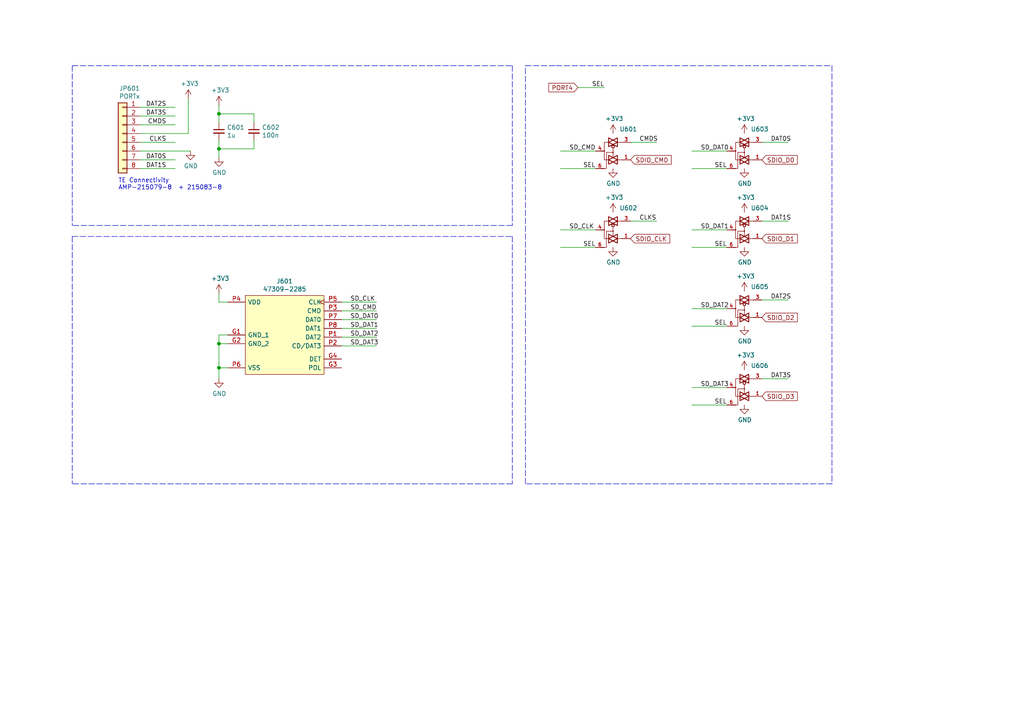
<source format=kicad_sch>
(kicad_sch (version 20200608) (host eeschema "(5.99.0-1973-g8c57821e9)")
  (page 1 9)
  (paper "A4")
  (lib_symbols
    (symbol "47309-2285:47309-2285" (pin_names (offset 0.762))
      (property "Reference" "J" (at 29.21 7.62 0))
      (property "Value" "47309-2285" (at 29.21 5.08 0))
      (symbol "47309-2285_0_1"
        (polyline (pts (xy 5.08 2.54) (xy 27.94 2.54) (xy 27.94 -20.32) (xy 5.08 -20.32) (xy 5.08 2.54)) (stroke (width 0.152)) (fill (type background)))
      )
      (symbol "47309-2285_0_0"
        (pin passive line (at 0 -8.89 0) (length 5.08) (name "GND_1") (number "G1"))
        (pin passive line (at 0 -11.43 0) (length 5.08) (name "GND_2") (number "G2"))
        (pin passive line (at 33.02 -18.415 180) (length 5.08) (name "POL") (number "G3"))
        (pin passive line (at 33.02 -15.875 180) (length 5.08) (name "DET") (number "G4"))
        (pin passive line (at 33.02 -9.525 180) (length 5.08) (name "DAT2") (number "P1"))
        (pin passive line (at 33.02 -12.065 180) (length 5.08) (name "CD/DAT3") (number "P2"))
        (pin passive line (at 33.02 -1.905 180) (length 5.08) (name "CMD") (number "P3"))
        (pin passive line (at 0 0.635 0) (length 5.08) (name "VDD") (number "P4"))
        (pin passive clock (at 33.02 0.635 180) (length 5.08) (name "CLK") (number "P5"))
        (pin passive line (at 0 -18.415 0) (length 5.08) (name "VSS") (number "P6"))
        (pin passive line (at 33.02 -4.445 180) (length 5.08) (name "DAT0") (number "P7"))
        (pin passive line (at 33.02 -6.985 180) (length 5.08) (name "DAT1") (number "P8"))
      )
    )
    (symbol "74LVC1G3157:74LVC1G3157"
      (property "Reference" "U" (at -2.54 5.08 0))
      (property "Value" "74LVC1G3157" (at 0 -6.35 0))
      (symbol "74LVC1G3157_0_0"
        (circle (center -2.54 0) (radius 0.127))
        (circle (center 0 -0.381) (radius 0.127))
        (circle (center 0 1.27) (radius 0.381) (stroke (width 0.254)))
        (polyline (pts (xy -3.81 -5.08) (xy -2.54 -5.08)))
        (polyline (pts (xy -3.81 0) (xy -2.54 0)))
        (polyline (pts (xy 2.54 -2.54) (xy 1.27 -2.54)))
        (polyline (pts (xy 2.54 2.54) (xy 1.27 2.54)))
        (polyline (pts (xy 0 0.635) (xy 0 -0.381) (xy 0 -1.905)))
        (polyline (pts (xy -1.27 -2.54) (xy 0 -3.175) (xy -1.27 -3.81) (xy -1.27 -2.54)) (stroke (width 0.254)))
        (polyline (pts (xy -1.27 -1.27) (xy -1.27 -2.54) (xy 0 -1.905) (xy -1.27 -1.27)) (stroke (width 0.254)))
        (polyline (pts (xy -1.27 2.54) (xy 0 1.905) (xy -1.27 1.27) (xy -1.27 2.54)) (stroke (width 0.254)))
        (polyline (pts (xy -1.27 3.81) (xy 0 3.175) (xy -1.27 2.54) (xy -1.27 3.81)) (stroke (width 0.254)))
        (polyline (pts (xy 0 -0.381) (xy -1.905 -0.381) (xy -1.905 -5.08) (xy -2.54 -5.08)))
        (polyline (pts (xy 1.27 -2.54) (xy 0 -3.175) (xy 1.27 -3.81) (xy 1.27 -2.54)) (stroke (width 0.254)))
        (polyline (pts (xy 1.27 -1.27) (xy 1.27 -2.54) (xy 0 -1.905) (xy 1.27 -1.27)) (stroke (width 0.254)))
        (polyline (pts (xy 1.27 2.54) (xy 1.27 1.27) (xy 0 1.905) (xy 1.27 2.54)) (stroke (width 0.254)))
        (polyline (pts (xy 1.27 2.54) (xy 1.27 3.81) (xy 0 3.175) (xy 1.27 2.54)) (stroke (width 0.254)))
        (polyline (pts (xy -1.27 2.54) (xy -2.54 2.54) (xy -2.54 0) (xy -2.54 -2.54) (xy -1.27 -2.54)))
        (pin power_in line (at 0 -5.08 270) (length 0) hide (name "GND") (number "2"))
        (pin power_in line (at 0 5.08 90) (length 0) hide (name "VCC") (number "5"))
        (pin bidirectional line (at 5.08 2.54 180) (length 2.54) (name "~") (number "3"))
        (pin bidirectional line (at 5.08 -2.54 180) (length 2.54) (name "~") (number "1"))
        (pin bidirectional line (at -5.08 0 0) (length 2.54) (name "~") (number "4"))
        (pin input line (at -5.08 -5.08 0) (length 2.54) (name "~") (number "6"))
      )
    )
    (symbol "74LVC1G3157:74LVC1G3157_1"
      (property "Reference" "U" (at -2.54 5.08 0))
      (property "Value" "74LVC1G3157" (at 0 -6.35 0))
      (symbol "74LVC1G3157_1_0_0"
        (circle (center -2.54 0) (radius 0.127))
        (circle (center 0 -0.381) (radius 0.127))
        (circle (center 0 1.27) (radius 0.381) (stroke (width 0.254)))
        (polyline (pts (xy -3.81 -5.08) (xy -2.54 -5.08)))
        (polyline (pts (xy -3.81 0) (xy -2.54 0)))
        (polyline (pts (xy 2.54 -2.54) (xy 1.27 -2.54)))
        (polyline (pts (xy 2.54 2.54) (xy 1.27 2.54)))
        (polyline (pts (xy 0 0.635) (xy 0 -0.381) (xy 0 -1.905)))
        (polyline (pts (xy -1.27 -2.54) (xy 0 -3.175) (xy -1.27 -3.81) (xy -1.27 -2.54)) (stroke (width 0.254)))
        (polyline (pts (xy -1.27 -1.27) (xy -1.27 -2.54) (xy 0 -1.905) (xy -1.27 -1.27)) (stroke (width 0.254)))
        (polyline (pts (xy -1.27 2.54) (xy 0 1.905) (xy -1.27 1.27) (xy -1.27 2.54)) (stroke (width 0.254)))
        (polyline (pts (xy -1.27 3.81) (xy 0 3.175) (xy -1.27 2.54) (xy -1.27 3.81)) (stroke (width 0.254)))
        (polyline (pts (xy 0 -0.381) (xy -1.905 -0.381) (xy -1.905 -5.08) (xy -2.54 -5.08)))
        (polyline (pts (xy 1.27 -2.54) (xy 0 -3.175) (xy 1.27 -3.81) (xy 1.27 -2.54)) (stroke (width 0.254)))
        (polyline (pts (xy 1.27 -1.27) (xy 1.27 -2.54) (xy 0 -1.905) (xy 1.27 -1.27)) (stroke (width 0.254)))
        (polyline (pts (xy 1.27 2.54) (xy 1.27 1.27) (xy 0 1.905) (xy 1.27 2.54)) (stroke (width 0.254)))
        (polyline (pts (xy 1.27 2.54) (xy 1.27 3.81) (xy 0 3.175) (xy 1.27 2.54)) (stroke (width 0.254)))
        (polyline (pts (xy -1.27 2.54) (xy -2.54 2.54) (xy -2.54 0) (xy -2.54 -2.54) (xy -1.27 -2.54)))
        (pin power_in line (at 0 -5.08 270) (length 0) hide (name "GND") (number "2"))
        (pin power_in line (at 0 5.08 90) (length 0) hide (name "VCC") (number "5"))
        (pin bidirectional line (at 5.08 2.54 180) (length 2.54) (name "~") (number "3"))
        (pin bidirectional line (at 5.08 -2.54 180) (length 2.54) (name "~") (number "1"))
        (pin bidirectional line (at -5.08 0 0) (length 2.54) (name "~") (number "4"))
        (pin input line (at -5.08 -5.08 0) (length 2.54) (name "~") (number "6"))
      )
    )
    (symbol "74LVC1G3157:74LVC1G3157_2"
      (property "Reference" "U" (at -2.54 5.08 0))
      (property "Value" "74LVC1G3157" (at 0 -6.35 0))
      (symbol "74LVC1G3157_2_0_0"
        (circle (center -2.54 0) (radius 0.127))
        (circle (center 0 -0.381) (radius 0.127))
        (circle (center 0 1.27) (radius 0.381) (stroke (width 0.254)))
        (polyline (pts (xy -3.81 -5.08) (xy -2.54 -5.08)))
        (polyline (pts (xy -3.81 0) (xy -2.54 0)))
        (polyline (pts (xy 2.54 -2.54) (xy 1.27 -2.54)))
        (polyline (pts (xy 2.54 2.54) (xy 1.27 2.54)))
        (polyline (pts (xy 0 0.635) (xy 0 -0.381) (xy 0 -1.905)))
        (polyline (pts (xy -1.27 -2.54) (xy 0 -3.175) (xy -1.27 -3.81) (xy -1.27 -2.54)) (stroke (width 0.254)))
        (polyline (pts (xy -1.27 -1.27) (xy -1.27 -2.54) (xy 0 -1.905) (xy -1.27 -1.27)) (stroke (width 0.254)))
        (polyline (pts (xy -1.27 2.54) (xy 0 1.905) (xy -1.27 1.27) (xy -1.27 2.54)) (stroke (width 0.254)))
        (polyline (pts (xy -1.27 3.81) (xy 0 3.175) (xy -1.27 2.54) (xy -1.27 3.81)) (stroke (width 0.254)))
        (polyline (pts (xy 0 -0.381) (xy -1.905 -0.381) (xy -1.905 -5.08) (xy -2.54 -5.08)))
        (polyline (pts (xy 1.27 -2.54) (xy 0 -3.175) (xy 1.27 -3.81) (xy 1.27 -2.54)) (stroke (width 0.254)))
        (polyline (pts (xy 1.27 -1.27) (xy 1.27 -2.54) (xy 0 -1.905) (xy 1.27 -1.27)) (stroke (width 0.254)))
        (polyline (pts (xy 1.27 2.54) (xy 1.27 1.27) (xy 0 1.905) (xy 1.27 2.54)) (stroke (width 0.254)))
        (polyline (pts (xy 1.27 2.54) (xy 1.27 3.81) (xy 0 3.175) (xy 1.27 2.54)) (stroke (width 0.254)))
        (polyline (pts (xy -1.27 2.54) (xy -2.54 2.54) (xy -2.54 0) (xy -2.54 -2.54) (xy -1.27 -2.54)))
        (pin power_in line (at 0 -5.08 270) (length 0) hide (name "GND") (number "2"))
        (pin power_in line (at 0 5.08 90) (length 0) hide (name "VCC") (number "5"))
        (pin bidirectional line (at 5.08 2.54 180) (length 2.54) (name "~") (number "3"))
        (pin bidirectional line (at 5.08 -2.54 180) (length 2.54) (name "~") (number "1"))
        (pin bidirectional line (at -5.08 0 0) (length 2.54) (name "~") (number "4"))
        (pin input line (at -5.08 -5.08 0) (length 2.54) (name "~") (number "6"))
      )
    )
    (symbol "74LVC1G3157:74LVC1G3157_3"
      (property "Reference" "U" (at -2.54 5.08 0))
      (property "Value" "74LVC1G3157" (at 0 -6.35 0))
      (symbol "74LVC1G3157_3_0_0"
        (circle (center -2.54 0) (radius 0.127))
        (circle (center 0 -0.381) (radius 0.127))
        (circle (center 0 1.27) (radius 0.381) (stroke (width 0.254)))
        (polyline (pts (xy -3.81 -5.08) (xy -2.54 -5.08)))
        (polyline (pts (xy -3.81 0) (xy -2.54 0)))
        (polyline (pts (xy 2.54 -2.54) (xy 1.27 -2.54)))
        (polyline (pts (xy 2.54 2.54) (xy 1.27 2.54)))
        (polyline (pts (xy 0 0.635) (xy 0 -0.381) (xy 0 -1.905)))
        (polyline (pts (xy -1.27 -2.54) (xy 0 -3.175) (xy -1.27 -3.81) (xy -1.27 -2.54)) (stroke (width 0.254)))
        (polyline (pts (xy -1.27 -1.27) (xy -1.27 -2.54) (xy 0 -1.905) (xy -1.27 -1.27)) (stroke (width 0.254)))
        (polyline (pts (xy -1.27 2.54) (xy 0 1.905) (xy -1.27 1.27) (xy -1.27 2.54)) (stroke (width 0.254)))
        (polyline (pts (xy -1.27 3.81) (xy 0 3.175) (xy -1.27 2.54) (xy -1.27 3.81)) (stroke (width 0.254)))
        (polyline (pts (xy 0 -0.381) (xy -1.905 -0.381) (xy -1.905 -5.08) (xy -2.54 -5.08)))
        (polyline (pts (xy 1.27 -2.54) (xy 0 -3.175) (xy 1.27 -3.81) (xy 1.27 -2.54)) (stroke (width 0.254)))
        (polyline (pts (xy 1.27 -1.27) (xy 1.27 -2.54) (xy 0 -1.905) (xy 1.27 -1.27)) (stroke (width 0.254)))
        (polyline (pts (xy 1.27 2.54) (xy 1.27 1.27) (xy 0 1.905) (xy 1.27 2.54)) (stroke (width 0.254)))
        (polyline (pts (xy 1.27 2.54) (xy 1.27 3.81) (xy 0 3.175) (xy 1.27 2.54)) (stroke (width 0.254)))
        (polyline (pts (xy -1.27 2.54) (xy -2.54 2.54) (xy -2.54 0) (xy -2.54 -2.54) (xy -1.27 -2.54)))
        (pin power_in line (at 0 -5.08 270) (length 0) hide (name "GND") (number "2"))
        (pin power_in line (at 0 5.08 90) (length 0) hide (name "VCC") (number "5"))
        (pin bidirectional line (at 5.08 2.54 180) (length 2.54) (name "~") (number "3"))
        (pin bidirectional line (at 5.08 -2.54 180) (length 2.54) (name "~") (number "1"))
        (pin bidirectional line (at -5.08 0 0) (length 2.54) (name "~") (number "4"))
        (pin input line (at -5.08 -5.08 0) (length 2.54) (name "~") (number "6"))
      )
    )
    (symbol "74LVC1G3157:74LVC1G3157_4"
      (property "Reference" "U" (at -2.54 5.08 0))
      (property "Value" "74LVC1G3157" (at 0 -6.35 0))
      (symbol "74LVC1G3157_4_0_0"
        (circle (center -2.54 0) (radius 0.127))
        (circle (center 0 -0.381) (radius 0.127))
        (circle (center 0 1.27) (radius 0.381) (stroke (width 0.254)))
        (polyline (pts (xy -3.81 -5.08) (xy -2.54 -5.08)))
        (polyline (pts (xy -3.81 0) (xy -2.54 0)))
        (polyline (pts (xy 2.54 -2.54) (xy 1.27 -2.54)))
        (polyline (pts (xy 2.54 2.54) (xy 1.27 2.54)))
        (polyline (pts (xy 0 0.635) (xy 0 -0.381) (xy 0 -1.905)))
        (polyline (pts (xy -1.27 -2.54) (xy 0 -3.175) (xy -1.27 -3.81) (xy -1.27 -2.54)) (stroke (width 0.254)))
        (polyline (pts (xy -1.27 -1.27) (xy -1.27 -2.54) (xy 0 -1.905) (xy -1.27 -1.27)) (stroke (width 0.254)))
        (polyline (pts (xy -1.27 2.54) (xy 0 1.905) (xy -1.27 1.27) (xy -1.27 2.54)) (stroke (width 0.254)))
        (polyline (pts (xy -1.27 3.81) (xy 0 3.175) (xy -1.27 2.54) (xy -1.27 3.81)) (stroke (width 0.254)))
        (polyline (pts (xy 0 -0.381) (xy -1.905 -0.381) (xy -1.905 -5.08) (xy -2.54 -5.08)))
        (polyline (pts (xy 1.27 -2.54) (xy 0 -3.175) (xy 1.27 -3.81) (xy 1.27 -2.54)) (stroke (width 0.254)))
        (polyline (pts (xy 1.27 -1.27) (xy 1.27 -2.54) (xy 0 -1.905) (xy 1.27 -1.27)) (stroke (width 0.254)))
        (polyline (pts (xy 1.27 2.54) (xy 1.27 1.27) (xy 0 1.905) (xy 1.27 2.54)) (stroke (width 0.254)))
        (polyline (pts (xy 1.27 2.54) (xy 1.27 3.81) (xy 0 3.175) (xy 1.27 2.54)) (stroke (width 0.254)))
        (polyline (pts (xy -1.27 2.54) (xy -2.54 2.54) (xy -2.54 0) (xy -2.54 -2.54) (xy -1.27 -2.54)))
        (pin power_in line (at 0 -5.08 270) (length 0) hide (name "GND") (number "2"))
        (pin power_in line (at 0 5.08 90) (length 0) hide (name "VCC") (number "5"))
        (pin bidirectional line (at 5.08 2.54 180) (length 2.54) (name "~") (number "3"))
        (pin bidirectional line (at 5.08 -2.54 180) (length 2.54) (name "~") (number "1"))
        (pin bidirectional line (at -5.08 0 0) (length 2.54) (name "~") (number "4"))
        (pin input line (at -5.08 -5.08 0) (length 2.54) (name "~") (number "6"))
      )
    )
    (symbol "74LVC1G3157:74LVC1G3157_5"
      (property "Reference" "U" (at -2.54 5.08 0))
      (property "Value" "74LVC1G3157" (at 0 -6.35 0))
      (symbol "74LVC1G3157_5_0_0"
        (circle (center -2.54 0) (radius 0.127))
        (circle (center 0 -0.381) (radius 0.127))
        (circle (center 0 1.27) (radius 0.381) (stroke (width 0.254)))
        (polyline (pts (xy -3.81 -5.08) (xy -2.54 -5.08)))
        (polyline (pts (xy -3.81 0) (xy -2.54 0)))
        (polyline (pts (xy 2.54 -2.54) (xy 1.27 -2.54)))
        (polyline (pts (xy 2.54 2.54) (xy 1.27 2.54)))
        (polyline (pts (xy 0 0.635) (xy 0 -0.381) (xy 0 -1.905)))
        (polyline (pts (xy -1.27 -2.54) (xy 0 -3.175) (xy -1.27 -3.81) (xy -1.27 -2.54)) (stroke (width 0.254)))
        (polyline (pts (xy -1.27 -1.27) (xy -1.27 -2.54) (xy 0 -1.905) (xy -1.27 -1.27)) (stroke (width 0.254)))
        (polyline (pts (xy -1.27 2.54) (xy 0 1.905) (xy -1.27 1.27) (xy -1.27 2.54)) (stroke (width 0.254)))
        (polyline (pts (xy -1.27 3.81) (xy 0 3.175) (xy -1.27 2.54) (xy -1.27 3.81)) (stroke (width 0.254)))
        (polyline (pts (xy 0 -0.381) (xy -1.905 -0.381) (xy -1.905 -5.08) (xy -2.54 -5.08)))
        (polyline (pts (xy 1.27 -2.54) (xy 0 -3.175) (xy 1.27 -3.81) (xy 1.27 -2.54)) (stroke (width 0.254)))
        (polyline (pts (xy 1.27 -1.27) (xy 1.27 -2.54) (xy 0 -1.905) (xy 1.27 -1.27)) (stroke (width 0.254)))
        (polyline (pts (xy 1.27 2.54) (xy 1.27 1.27) (xy 0 1.905) (xy 1.27 2.54)) (stroke (width 0.254)))
        (polyline (pts (xy 1.27 2.54) (xy 1.27 3.81) (xy 0 3.175) (xy 1.27 2.54)) (stroke (width 0.254)))
        (polyline (pts (xy -1.27 2.54) (xy -2.54 2.54) (xy -2.54 0) (xy -2.54 -2.54) (xy -1.27 -2.54)))
        (pin power_in line (at 0 -5.08 270) (length 0) hide (name "GND") (number "2"))
        (pin power_in line (at 0 5.08 90) (length 0) hide (name "VCC") (number "5"))
        (pin bidirectional line (at 5.08 2.54 180) (length 2.54) (name "~") (number "3"))
        (pin bidirectional line (at 5.08 -2.54 180) (length 2.54) (name "~") (number "1"))
        (pin bidirectional line (at -5.08 0 0) (length 2.54) (name "~") (number "4"))
        (pin input line (at -5.08 -5.08 0) (length 2.54) (name "~") (number "6"))
      )
    )
    (symbol "Connector_Generic:Conn_01x08" (pin_names hide)
      (property "Reference" "J" (at 0 10.16 0))
      (property "Value" "Conn_01x08" (at 0 -12.7 0))
      (symbol "Conn_01x08_1_1"
        (rectangle (start -1.27 -4.953) (end 0 -5.207) (stroke (width 0.1524)))
        (rectangle (start -1.27 -7.493) (end 0 -7.747) (stroke (width 0.1524)))
        (rectangle (start -1.27 -10.033) (end 0 -10.287) (stroke (width 0.1524)))
        (rectangle (start -1.27 -2.413) (end 0 -2.667) (stroke (width 0.1524)))
        (rectangle (start -1.27 2.667) (end 0 2.413) (stroke (width 0.1524)))
        (rectangle (start -1.27 5.207) (end 0 4.953) (stroke (width 0.1524)))
        (rectangle (start -1.27 7.747) (end 0 7.493) (stroke (width 0.1524)))
        (rectangle (start -1.27 8.89) (end 1.27 -11.43) (stroke (width 0.254)) (fill (type background)))
        (rectangle (start -1.27 0.127) (end 0 -0.127) (stroke (width 0.1524)))
        (pin passive line (at -5.08 7.62 0) (length 3.81) (name "Pin_1") (number "1"))
        (pin passive line (at -5.08 5.08 0) (length 3.81) (name "Pin_2") (number "2"))
        (pin passive line (at -5.08 2.54 0) (length 3.81) (name "Pin_3") (number "3"))
        (pin passive line (at -5.08 0 0) (length 3.81) (name "Pin_4") (number "4"))
        (pin passive line (at -5.08 -2.54 0) (length 3.81) (name "Pin_5") (number "5"))
        (pin passive line (at -5.08 -5.08 0) (length 3.81) (name "Pin_6") (number "6"))
        (pin passive line (at -5.08 -7.62 0) (length 3.81) (name "Pin_7") (number "7"))
        (pin passive line (at -5.08 -10.16 0) (length 3.81) (name "Pin_8") (number "8"))
      )
    )
    (symbol "Device:C_Small_1" (pin_numbers hide) (pin_names (offset 0.254) hide)
      (property "Reference" "C" (at 0.254 1.778 0))
      (property "Value" "C_Small" (at 0.254 -2.032 0))
      (symbol "C_Small_1_0_1"
        (polyline (pts (xy -1.524 -0.508) (xy 1.524 -0.508)) (stroke (width 0.3302)))
        (polyline (pts (xy -1.524 0.508) (xy 1.524 0.508)) (stroke (width 0.3048)))
      )
      (symbol "C_Small_1_1_1"
        (pin passive line (at 0 2.54 270) (length 2.032) (name "~") (number "1"))
        (pin passive line (at 0 -2.54 90) (length 2.032) (name "~") (number "2"))
      )
    )
    (symbol "Device:C_Small_2" (pin_numbers hide) (pin_names (offset 0.254) hide)
      (property "Reference" "C" (at 0.254 1.778 0))
      (property "Value" "C_Small" (at 0.254 -2.032 0))
      (symbol "C_Small_2_0_1"
        (polyline (pts (xy -1.524 -0.508) (xy 1.524 -0.508)) (stroke (width 0.3302)))
        (polyline (pts (xy -1.524 0.508) (xy 1.524 0.508)) (stroke (width 0.3048)))
      )
      (symbol "C_Small_2_1_1"
        (pin passive line (at 0 2.54 270) (length 2.032) (name "~") (number "1"))
        (pin passive line (at 0 -2.54 90) (length 2.032) (name "~") (number "2"))
      )
    )
    (symbol "power:+3V3" (power) (pin_names (offset 0))
      (property "Value" "+3V3" (at 0 3.556 0))
      (symbol "+3V3_0_1"
        (polyline (pts (xy -0.762 1.27) (xy 0 2.54)))
        (polyline (pts (xy 0 0) (xy 0 2.54)))
        (polyline (pts (xy 0 2.54) (xy 0.762 1.27)))
      )
      (symbol "+3V3_1_1"
        (pin power_in line (at 0 0 90) (length 0) hide (name "+3V3") (number "1"))
      )
    )
    (symbol "power:GND" (power) (pin_names (offset 0))
      (property "Value" "GND" (at 0 -3.81 0))
      (symbol "GND_0_1"
        (polyline (pts (xy 0 0) (xy 0 -1.27) (xy 1.27 -1.27) (xy 0 -2.54) (xy -1.27 -1.27) (xy 0 -1.27)))
      )
      (symbol "GND_1_1"
        (pin power_in line (at 0 0 270) (length 0) hide (name "GND") (number "1"))
      )
    )
  )
  (junction (at 63.5 33.02))
  (junction (at 63.5 43.18))
  (junction (at 63.5 99.695))
  (junction (at 63.5 106.68))
  (wire (pts (xy 40.64 31.115) (xy 50.8 31.115)))
  (wire (pts (xy 40.64 33.655) (xy 50.8 33.655)))
  (wire (pts (xy 40.64 36.195) (xy 50.8 36.195)))
  (wire (pts (xy 40.64 41.275) (xy 50.8 41.275)))
  (wire (pts (xy 40.64 43.815) (xy 55.245 43.815)))
  (wire (pts (xy 40.64 46.355) (xy 50.8 46.355)))
  (wire (pts (xy 40.64 48.895) (xy 50.8 48.895)))
  (wire (pts (xy 54.61 28.575) (xy 54.61 38.735)))
  (wire (pts (xy 54.61 38.735) (xy 40.64 38.735)))
  (wire (pts (xy 63.5 30.48) (xy 63.5 33.02)))
  (wire (pts (xy 63.5 33.02) (xy 63.5 35.56)))
  (wire (pts (xy 63.5 40.64) (xy 63.5 43.18)))
  (wire (pts (xy 63.5 43.18) (xy 63.5 45.72)))
  (wire (pts (xy 63.5 85.09) (xy 63.5 87.63)))
  (wire (pts (xy 63.5 87.63) (xy 66.04 87.63)))
  (wire (pts (xy 63.5 97.155) (xy 66.04 97.155)))
  (wire (pts (xy 63.5 99.695) (xy 63.5 97.155)))
  (wire (pts (xy 63.5 99.695) (xy 66.04 99.695)))
  (wire (pts (xy 63.5 106.68) (xy 63.5 99.695)))
  (wire (pts (xy 63.5 106.68) (xy 66.04 106.68)))
  (wire (pts (xy 63.5 109.855) (xy 63.5 106.68)))
  (wire (pts (xy 73.66 33.02) (xy 63.5 33.02)))
  (wire (pts (xy 73.66 35.56) (xy 73.66 33.02)))
  (wire (pts (xy 73.66 40.64) (xy 73.66 43.18)))
  (wire (pts (xy 73.66 43.18) (xy 63.5 43.18)))
  (wire (pts (xy 99.06 87.63) (xy 109.22 87.63)))
  (wire (pts (xy 99.06 90.17) (xy 109.22 90.17)))
  (wire (pts (xy 99.06 92.71) (xy 109.22 92.71)))
  (wire (pts (xy 99.06 95.25) (xy 109.22 95.25)))
  (wire (pts (xy 99.06 97.79) (xy 109.22 97.79)))
  (wire (pts (xy 99.06 100.33) (xy 109.22 100.33)))
  (wire (pts (xy 162.56 43.815) (xy 172.72 43.815)))
  (wire (pts (xy 162.56 48.895) (xy 172.72 48.895)))
  (wire (pts (xy 162.56 66.675) (xy 172.72 66.675)))
  (wire (pts (xy 162.56 71.755) (xy 172.72 71.755)))
  (wire (pts (xy 167.64 25.4) (xy 175.26 25.4)))
  (wire (pts (xy 182.88 41.275) (xy 190.5 41.275)))
  (wire (pts (xy 182.88 64.135) (xy 190.5 64.135)))
  (wire (pts (xy 200.66 43.815) (xy 210.82 43.815)))
  (wire (pts (xy 200.66 48.895) (xy 210.82 48.895)))
  (wire (pts (xy 200.66 66.675) (xy 210.82 66.675)))
  (wire (pts (xy 200.66 71.755) (xy 210.82 71.755)))
  (wire (pts (xy 200.66 89.535) (xy 210.82 89.535)))
  (wire (pts (xy 200.66 94.615) (xy 210.82 94.615)))
  (wire (pts (xy 200.66 112.395) (xy 210.82 112.395)))
  (wire (pts (xy 200.66 117.475) (xy 210.82 117.475)))
  (wire (pts (xy 220.98 41.275) (xy 228.6 41.275)))
  (wire (pts (xy 220.98 64.135) (xy 228.6 64.135)))
  (wire (pts (xy 220.98 86.995) (xy 228.6 86.995)))
  (wire (pts (xy 220.98 109.855) (xy 228.6 109.855)))
  (polyline (pts (xy 20.955 19.05) (xy 20.955 65.405)) (stroke (width 0) (type dash)))
  (polyline (pts (xy 20.955 19.05) (xy 148.59 19.05)) (stroke (width 0) (type dash)))
  (polyline (pts (xy 20.955 68.58) (xy 20.955 140.335)) (stroke (width 0) (type dash)))
  (polyline (pts (xy 20.955 68.58) (xy 148.59 68.58)) (stroke (width 0) (type dash)))
  (polyline (pts (xy 148.59 19.05) (xy 148.59 65.405)) (stroke (width 0) (type dash)))
  (polyline (pts (xy 148.59 65.405) (xy 20.955 65.405)) (stroke (width 0) (type dash)))
  (polyline (pts (xy 148.59 68.58) (xy 148.59 140.335)) (stroke (width 0) (type dash)))
  (polyline (pts (xy 148.59 140.335) (xy 20.955 140.335)) (stroke (width 0) (type dash)))
  (polyline (pts (xy 152.4 19.05) (xy 161.29 19.05)) (stroke (width 0) (type dash)))
  (polyline (pts (xy 152.4 140.335) (xy 152.4 19.05)) (stroke (width 0) (type dash)))
  (polyline (pts (xy 161.29 19.05) (xy 241.3 19.05)) (stroke (width 0) (type dash)))
  (polyline (pts (xy 241.3 19.05) (xy 241.3 140.335)) (stroke (width 0) (type dash)))
  (polyline (pts (xy 241.3 140.335) (xy 152.4 140.335)) (stroke (width 0) (type dash)))
  (text "TE Connectivity\nAMP-215079-8  + 215083-8" (at 34.29 55.245 0) (effects (font (size 1.27 1.27)) (justify left bottom)))
  (label "DAT2S" (at 48.26 31.115 180))
  (label "DAT3S" (at 48.26 33.655 180))
  (label "CMDS" (at 48.26 36.195 180))
  (label "CLKS" (at 48.26 41.275 180))
  (label "DAT0S" (at 48.26 46.355 180))
  (label "DAT1S" (at 48.26 48.895 180))
  (label "SD_CLK" (at 101.6 87.63 0))
  (label "SD_CMD" (at 101.6 90.17 0))
  (label "SD_DAT0" (at 101.6 92.71 0))
  (label "SD_DAT1" (at 101.6 95.25 0))
  (label "SD_DAT2" (at 101.6 97.79 0))
  (label "SD_DAT3" (at 101.6 100.33 0))
  (label "SD_CMD" (at 165.1 43.815 0))
  (label "SD_CLK" (at 165.1 66.675 0))
  (label "SEL" (at 172.72 48.895 180))
  (label "SEL" (at 172.72 71.755 180))
  (label "SEL" (at 175.26 25.4 180))
  (label "CMDS" (at 185.42 41.275 0))
  (label "CLKS" (at 185.42 64.135 0))
  (label "SD_DAT0" (at 203.2 43.815 0))
  (label "SD_DAT1" (at 203.2 66.675 0))
  (label "SD_DAT2" (at 203.2 89.535 0))
  (label "SD_DAT3" (at 203.2 112.395 0))
  (label "SEL" (at 210.82 48.895 180))
  (label "SEL" (at 210.82 71.755 180))
  (label "SEL" (at 210.82 94.615 180))
  (label "SEL" (at 210.82 117.475 180))
  (label "DAT0S" (at 223.52 41.275 0))
  (label "DAT1S" (at 223.52 64.135 0))
  (label "DAT2S" (at 223.52 86.995 0))
  (label "DAT3S" (at 223.52 109.855 0))
  (global_label "PORT4" (shape input) (at 167.64 25.4 180))
  (global_label "SDIO_CMD" (shape input) (at 182.88 46.355 0))
  (global_label "SDIO_CLK" (shape input) (at 182.88 69.215 0))
  (global_label "SDIO_D0" (shape input) (at 220.98 46.355 0))
  (global_label "SDIO_D1" (shape input) (at 220.98 69.215 0))
  (global_label "SDIO_D2" (shape input) (at 220.98 92.075 0))
  (global_label "SDIO_D3" (shape input) (at 220.98 114.935 0))
  (symbol (lib_id "power:+3V3") (at 54.61 28.575 0) (unit 1)
    (property "Reference" "#PWR0601" (effects hide))
    (property "Value" "+3V3" (at 54.9783 24.2506 0))
  )
  (symbol (lib_id "power:+3V3") (at 63.5 30.48 0) (unit 1)
    (property "Reference" "#PWR0603" (effects hide))
    (property "Value" "+3V3" (at 63.8683 26.1556 0))
  )
  (symbol (lib_id "power:+3V3") (at 63.5 85.09 0) (unit 1)
    (property "Reference" "#PWR0605" (effects hide))
    (property "Value" "+3V3" (at 63.8683 80.7656 0))
  )
  (symbol (lib_id "power:+3V3") (at 177.8 38.735 0) (unit 1)
    (property "Reference" "#PWR0607" (effects hide))
    (property "Value" "+3V3" (at 178.1683 34.4106 0))
  )
  (symbol (lib_id "power:+3V3") (at 177.8 61.595 0) (unit 1)
    (property "Reference" "#PWR0609" (effects hide))
    (property "Value" "+3V3" (at 178.1683 57.2706 0))
  )
  (symbol (lib_id "power:+3V3") (at 215.9 38.735 0) (unit 1)
    (property "Reference" "#PWR0611" (effects hide))
    (property "Value" "+3V3" (at 216.2683 34.4106 0))
  )
  (symbol (lib_id "power:+3V3") (at 215.9 61.595 0) (unit 1)
    (property "Reference" "#PWR0613" (effects hide))
    (property "Value" "+3V3" (at 216.2683 57.2706 0))
  )
  (symbol (lib_id "power:+3V3") (at 215.9 84.455 0) (unit 1)
    (property "Reference" "#PWR0615" (effects hide))
    (property "Value" "+3V3" (at 216.2683 80.1306 0))
  )
  (symbol (lib_id "power:+3V3") (at 215.9 107.315 0) (unit 1)
    (property "Reference" "#PWR0617" (effects hide))
    (property "Value" "+3V3" (at 216.2683 102.9906 0))
  )
  (symbol (lib_id "power:GND") (at 55.245 43.815 0) (unit 1)
    (property "Reference" "#PWR0602" (effects hide))
    (property "Value" "GND" (at 55.3593 48.1394 0))
  )
  (symbol (lib_id "power:GND") (at 63.5 45.72 0) (unit 1)
    (property "Reference" "#PWR0604" (effects hide))
    (property "Value" "GND" (at 63.6143 50.0444 0))
  )
  (symbol (lib_id "power:GND") (at 63.5 109.855 0) (unit 1)
    (property "Reference" "#PWR0606" (effects hide))
    (property "Value" "GND" (at 63.6143 114.1794 0))
  )
  (symbol (lib_id "power:GND") (at 177.8 48.895 0) (unit 1)
    (property "Reference" "#PWR0608" (effects hide))
    (property "Value" "GND" (at 177.9143 53.2194 0))
  )
  (symbol (lib_id "power:GND") (at 177.8 71.755 0) (unit 1)
    (property "Reference" "#PWR0610" (effects hide))
    (property "Value" "GND" (at 177.9143 76.0794 0))
  )
  (symbol (lib_id "power:GND") (at 215.9 48.895 0) (unit 1)
    (property "Reference" "#PWR0612" (effects hide))
    (property "Value" "GND" (at 216.0143 53.2194 0))
  )
  (symbol (lib_id "power:GND") (at 215.9 71.755 0) (unit 1)
    (property "Reference" "#PWR0614" (effects hide))
    (property "Value" "GND" (at 216.0143 76.0794 0))
  )
  (symbol (lib_id "power:GND") (at 215.9 94.615 0) (unit 1)
    (property "Reference" "#PWR0616" (effects hide))
    (property "Value" "GND" (at 216.0143 98.9394 0))
  )
  (symbol (lib_id "power:GND") (at 215.9 117.475 0) (unit 1)
    (property "Reference" "#PWR0618" (effects hide))
    (property "Value" "GND" (at 216.0143 121.7994 0))
  )
  (symbol (lib_name "Device:C_Small_1") (lib_id "Device:C_Small") (at 63.5 38.1 0) (unit 1)
    (property "Reference" "C601" (at 65.8242 36.9506 0) (effects (justify left)))
    (property "Value" "1u" (at 65.8242 39.2493 0) (effects (justify left)))
    (property "Footprint" "Capacitor_SMD:C_0402_1005Metric" (effects hide))
    (property "LCSC Part#" "C52923" (effects hide))
  )
  (symbol (lib_name "Device:C_Small_2") (lib_id "Device:C_Small") (at 73.66 38.1 0) (unit 1)
    (property "Reference" "C602" (at 75.9842 36.9506 0) (effects (justify left)))
    (property "Value" "100n" (at 75.984 39.249 0) (effects (justify left)))
    (property "Footprint" "Capacitor_SMD:C_0402_1005Metric" (effects hide))
    (property "LCSC Part#" "C1525" (effects hide))
  )
  (symbol (lib_name "74LVC1G3157:74LVC1G3157_2") (lib_id "74LVC1G3157:74LVC1G3157") (at 177.8 43.815 0) (unit 1)
    (property "Reference" "U601" (at 182.245 37.465 0))
    (property "Value" "74LVC1G3157" (effects hide))
    (property "Footprint" "Package_TO_SOT_SMD:SOT-363_SC-70-6" (effects hide))
    (property "Datasheet" "https://www.ti.com/lit/ds/symlink/sn74lvc1g3157.pdf" (effects hide))
    (property "LCSC Part#" " C38663" (effects hide))
  )
  (symbol (lib_name "74LVC1G3157:74LVC1G3157_1") (lib_id "74LVC1G3157:74LVC1G3157") (at 177.8 66.675 0) (unit 1)
    (property "Reference" "U602" (at 182.245 60.325 0))
    (property "Value" "74LVC1G3157" (effects hide))
    (property "Footprint" "Package_TO_SOT_SMD:SOT-363_SC-70-6" (effects hide))
    (property "Datasheet" "https://www.ti.com/lit/ds/symlink/sn74lvc1g3157.pdf" (effects hide))
    (property "LCSC Part#" " C38663" (effects hide))
  )
  (symbol (lib_name "74LVC1G3157:74LVC1G3157_3") (lib_id "74LVC1G3157:74LVC1G3157") (at 215.9 43.815 0) (unit 1)
    (property "Reference" "U603" (at 220.345 37.465 0))
    (property "Value" "74LVC1G3157" (effects hide))
    (property "Footprint" "Package_TO_SOT_SMD:SOT-363_SC-70-6" (effects hide))
    (property "Datasheet" "https://www.ti.com/lit/ds/symlink/sn74lvc1g3157.pdf" (effects hide))
    (property "LCSC Part#" " C38663" (effects hide))
  )
  (symbol (lib_name "74LVC1G3157:74LVC1G3157_4") (lib_id "74LVC1G3157:74LVC1G3157") (at 215.9 66.675 0) (unit 1)
    (property "Reference" "U604" (at 220.345 60.325 0))
    (property "Value" "74LVC1G3157" (effects hide))
    (property "Footprint" "Package_TO_SOT_SMD:SOT-363_SC-70-6" (effects hide))
    (property "Datasheet" "https://www.ti.com/lit/ds/symlink/sn74lvc1g3157.pdf" (effects hide))
    (property "LCSC Part#" " C38663" (effects hide))
  )
  (symbol (lib_name "74LVC1G3157:74LVC1G3157_5") (lib_id "74LVC1G3157:74LVC1G3157") (at 215.9 89.535 0) (unit 1)
    (property "Reference" "U605" (at 220.345 83.185 0))
    (property "Value" "74LVC1G3157" (effects hide))
    (property "Footprint" "Package_TO_SOT_SMD:SOT-363_SC-70-6" (effects hide))
    (property "Datasheet" "https://www.ti.com/lit/ds/symlink/sn74lvc1g3157.pdf" (effects hide))
    (property "LCSC Part#" " C38663" (effects hide))
  )
  (symbol (lib_id "74LVC1G3157:74LVC1G3157") (at 215.9 112.395 0) (unit 1)
    (property "Reference" "U606" (at 220.345 106.045 0))
    (property "Value" "74LVC1G3157" (effects hide))
    (property "Footprint" "Package_TO_SOT_SMD:SOT-363_SC-70-6" (effects hide))
    (property "Datasheet" "https://www.ti.com/lit/ds/symlink/sn74lvc1g3157.pdf" (effects hide))
    (property "LCSC Part#" " C38663" (effects hide))
  )
  (symbol (lib_id "Connector_Generic:Conn_01x08") (at 35.56 38.735 0) (mirror y) (unit 1)
    (property "Reference" "JP601" (at 37.592 25.635 0))
    (property "Value" "PORTx" (at 37.592 27.9335 0))
    (property "Footprint" "footprints:ConnectorMicromatch-8" (effects hide))
  )
  (symbol (lib_id "47309-2285:47309-2285") (at 66.04 88.265 0) (unit 1)
    (property "Reference" "J601" (at 82.55 81.566 0))
    (property "Value" "47309-2285" (at 82.55 83.8645 0))
    (property "Footprint" "footprints:47309-2285" (effects hide))
    (property "Datasheet" "https://www.molex.com/pdm_docs/sd/473092285_sd.pdf" (effects hide))
    (property "Mouser Part#" "538-47309-2285" (effects hide))
  )
)
</source>
